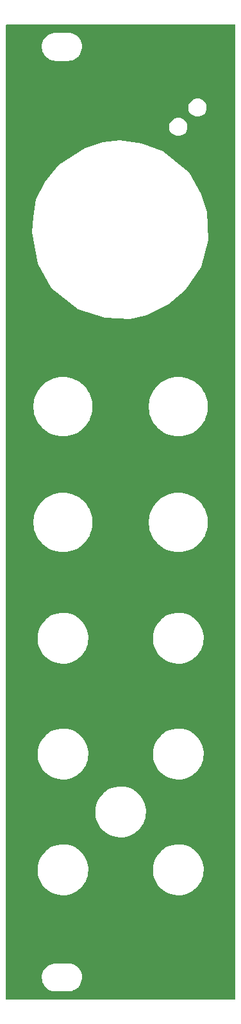
<source format=gtl>
%TF.GenerationSoftware,KiCad,Pcbnew,7.0.10-7.0.10~ubuntu22.04.1*%
%TF.CreationDate,2024-02-21T20:07:40+01:00*%
%TF.ProjectId,Jove,4a6f7665-2e6b-4696-9361-645f70636258,rev?*%
%TF.SameCoordinates,Original*%
%TF.FileFunction,Copper,L1,Top*%
%TF.FilePolarity,Positive*%
%FSLAX46Y46*%
G04 Gerber Fmt 4.6, Leading zero omitted, Abs format (unit mm)*
G04 Created by KiCad (PCBNEW 7.0.10-7.0.10~ubuntu22.04.1) date 2024-02-21 20:07:40*
%MOMM*%
%LPD*%
G01*
G04 APERTURE LIST*
G04 APERTURE END LIST*
%TA.AperFunction,NonConductor*%
G36*
X2416691Y4556593D02*
G01*
X2452655Y4507093D01*
X2457500Y4476500D01*
X2457500Y-123674500D01*
X2438593Y-123732691D01*
X2389093Y-123768655D01*
X2358500Y-123773500D01*
X-27772500Y-123773500D01*
X-27830691Y-123754593D01*
X-27866655Y-123705093D01*
X-27871500Y-123674500D01*
X-27871500Y-120916765D01*
X-23101212Y-120916765D01*
X-23071586Y-121186018D01*
X-23003072Y-121448088D01*
X-22897130Y-121697390D01*
X-22756018Y-121928610D01*
X-22582745Y-122136820D01*
X-22381002Y-122317582D01*
X-22155090Y-122467044D01*
X-21909824Y-122582020D01*
X-21650431Y-122660060D01*
X-21483160Y-122684677D01*
X-21382440Y-122699500D01*
X-21382439Y-122699500D01*
X-19579369Y-122699500D01*
X-19376844Y-122684677D01*
X-19112447Y-122625780D01*
X-18859442Y-122529014D01*
X-18623223Y-122396441D01*
X-18521096Y-122317582D01*
X-18408826Y-122230891D01*
X-18318129Y-122136818D01*
X-18220814Y-122035881D01*
X-18133029Y-121913181D01*
X-18063199Y-121815577D01*
X-17939342Y-121574671D01*
X-17851884Y-121318312D01*
X-17851881Y-121318301D01*
X-17802680Y-121051930D01*
X-17792788Y-120781232D01*
X-17822414Y-120511979D01*
X-17890927Y-120249914D01*
X-17996867Y-120000616D01*
X-17996870Y-120000610D01*
X-18137983Y-119769387D01*
X-18311253Y-119561181D01*
X-18512992Y-119380422D01*
X-18738913Y-119230953D01*
X-18984177Y-119115979D01*
X-19243555Y-119037943D01*
X-19243571Y-119037939D01*
X-19511560Y-118998500D01*
X-19511561Y-118998500D01*
X-21314631Y-118998500D01*
X-21517151Y-119013322D01*
X-21517155Y-119013322D01*
X-21517156Y-119013323D01*
X-21781553Y-119072220D01*
X-22034558Y-119168986D01*
X-22270777Y-119301559D01*
X-22270778Y-119301560D01*
X-22270780Y-119301561D01*
X-22485173Y-119467108D01*
X-22485176Y-119467111D01*
X-22485177Y-119467112D01*
X-22673186Y-119662119D01*
X-22830799Y-119882421D01*
X-22954656Y-120123325D01*
X-23042118Y-120379695D01*
X-23091319Y-120646067D01*
X-23101212Y-120916765D01*
X-27871500Y-120916765D01*
X-27871500Y-106587539D01*
X-23674321Y-106587539D01*
X-23664134Y-106957103D01*
X-23613354Y-107323303D01*
X-23522597Y-107681695D01*
X-23392964Y-108027927D01*
X-23226031Y-108357797D01*
X-23023821Y-108667302D01*
X-22788791Y-108952683D01*
X-22523794Y-109210476D01*
X-22232045Y-109437554D01*
X-21917087Y-109631158D01*
X-21582742Y-109788939D01*
X-21233069Y-109908982D01*
X-20872313Y-109989829D01*
X-20504852Y-110030500D01*
X-20504851Y-110030500D01*
X-20227662Y-110030500D01*
X-20227651Y-110030500D01*
X-19950857Y-110015229D01*
X-19586195Y-109954377D01*
X-19230440Y-109853780D01*
X-18887911Y-109714656D01*
X-18562766Y-109538697D01*
X-18258951Y-109328036D01*
X-18258948Y-109328034D01*
X-18123964Y-109210476D01*
X-17980154Y-109085232D01*
X-17729760Y-108813231D01*
X-17510808Y-108515337D01*
X-17325956Y-108195163D01*
X-17177448Y-107856598D01*
X-17067085Y-107503750D01*
X-16996209Y-107140903D01*
X-16996208Y-107140898D01*
X-16965678Y-106772452D01*
X-16965678Y-106772450D01*
X-16970775Y-106587539D01*
X-8434321Y-106587539D01*
X-8424134Y-106957103D01*
X-8373354Y-107323303D01*
X-8282597Y-107681695D01*
X-8152964Y-108027927D01*
X-7986031Y-108357797D01*
X-7783821Y-108667302D01*
X-7548791Y-108952683D01*
X-7283794Y-109210476D01*
X-6992045Y-109437554D01*
X-6677087Y-109631158D01*
X-6342742Y-109788939D01*
X-5993069Y-109908982D01*
X-5632313Y-109989829D01*
X-5264852Y-110030500D01*
X-5264851Y-110030500D01*
X-4987662Y-110030500D01*
X-4987651Y-110030500D01*
X-4710857Y-110015229D01*
X-4346195Y-109954377D01*
X-3990440Y-109853780D01*
X-3647911Y-109714656D01*
X-3322766Y-109538697D01*
X-3018951Y-109328036D01*
X-3018948Y-109328034D01*
X-2883964Y-109210476D01*
X-2740154Y-109085232D01*
X-2489760Y-108813231D01*
X-2270808Y-108515337D01*
X-2085956Y-108195163D01*
X-1937448Y-107856598D01*
X-1827085Y-107503750D01*
X-1756209Y-107140903D01*
X-1756208Y-107140898D01*
X-1725678Y-106772452D01*
X-1725678Y-106772450D01*
X-1735865Y-106402900D01*
X-1735866Y-106402894D01*
X-1786646Y-106036693D01*
X-1877402Y-105678308D01*
X-2007035Y-105332074D01*
X-2173967Y-105002205D01*
X-2173969Y-105002201D01*
X-2376176Y-104692700D01*
X-2611210Y-104407316D01*
X-2611212Y-104407314D01*
X-2876212Y-104149518D01*
X-3167950Y-103922449D01*
X-3482919Y-103728838D01*
X-3482918Y-103728838D01*
X-3817249Y-103571064D01*
X-3817262Y-103571059D01*
X-4166927Y-103451019D01*
X-4527686Y-103370170D01*
X-4861849Y-103333185D01*
X-4895148Y-103329500D01*
X-5172349Y-103329500D01*
X-5172354Y-103329500D01*
X-5449147Y-103344771D01*
X-5813798Y-103405621D01*
X-5813805Y-103405623D01*
X-6169560Y-103506220D01*
X-6169562Y-103506221D01*
X-6512090Y-103645344D01*
X-6512093Y-103645346D01*
X-6837233Y-103821302D01*
X-7141051Y-104031965D01*
X-7269288Y-104143647D01*
X-7419846Y-104274768D01*
X-7670240Y-104546769D01*
X-7889192Y-104844663D01*
X-8074044Y-105164837D01*
X-8222552Y-105503402D01*
X-8332915Y-105856250D01*
X-8403791Y-106219097D01*
X-8434321Y-106587539D01*
X-16970775Y-106587539D01*
X-16975865Y-106402900D01*
X-16975866Y-106402894D01*
X-17026646Y-106036693D01*
X-17117402Y-105678308D01*
X-17247035Y-105332074D01*
X-17413967Y-105002205D01*
X-17413969Y-105002201D01*
X-17616176Y-104692700D01*
X-17851210Y-104407316D01*
X-17851212Y-104407314D01*
X-18116212Y-104149518D01*
X-18407950Y-103922449D01*
X-18722919Y-103728838D01*
X-18722918Y-103728838D01*
X-19057249Y-103571064D01*
X-19057262Y-103571059D01*
X-19406927Y-103451019D01*
X-19767686Y-103370170D01*
X-20101849Y-103333185D01*
X-20135148Y-103329500D01*
X-20412349Y-103329500D01*
X-20412354Y-103329500D01*
X-20689147Y-103344771D01*
X-21053798Y-103405621D01*
X-21053805Y-103405623D01*
X-21409560Y-103506220D01*
X-21409562Y-103506221D01*
X-21752090Y-103645344D01*
X-21752093Y-103645346D01*
X-22077233Y-103821302D01*
X-22381051Y-104031965D01*
X-22509288Y-104143647D01*
X-22659846Y-104274768D01*
X-22910240Y-104546769D01*
X-23129192Y-104844663D01*
X-23314044Y-105164837D01*
X-23462552Y-105503402D01*
X-23572915Y-105856250D01*
X-23643791Y-106219097D01*
X-23674321Y-106587539D01*
X-27871500Y-106587539D01*
X-27871500Y-98967539D01*
X-16054321Y-98967539D01*
X-16044134Y-99337103D01*
X-15993354Y-99703303D01*
X-15902597Y-100061695D01*
X-15772964Y-100407927D01*
X-15606031Y-100737797D01*
X-15403821Y-101047302D01*
X-15168791Y-101332683D01*
X-14903794Y-101590476D01*
X-14612045Y-101817554D01*
X-14297087Y-102011158D01*
X-13962742Y-102168939D01*
X-13613069Y-102288982D01*
X-13252313Y-102369829D01*
X-12884852Y-102410500D01*
X-12884851Y-102410500D01*
X-12607662Y-102410500D01*
X-12607651Y-102410500D01*
X-12330857Y-102395229D01*
X-11966195Y-102334377D01*
X-11610440Y-102233780D01*
X-11267911Y-102094656D01*
X-10942766Y-101918697D01*
X-10638951Y-101708036D01*
X-10638948Y-101708034D01*
X-10503964Y-101590476D01*
X-10360154Y-101465232D01*
X-10109760Y-101193231D01*
X-9890808Y-100895337D01*
X-9705956Y-100575163D01*
X-9557448Y-100236598D01*
X-9447085Y-99883750D01*
X-9376209Y-99520903D01*
X-9376208Y-99520898D01*
X-9345678Y-99152452D01*
X-9345678Y-99152450D01*
X-9355865Y-98782900D01*
X-9355866Y-98782894D01*
X-9406646Y-98416693D01*
X-9497402Y-98058308D01*
X-9627035Y-97712074D01*
X-9793967Y-97382205D01*
X-9793969Y-97382201D01*
X-9996176Y-97072700D01*
X-10231210Y-96787316D01*
X-10231212Y-96787314D01*
X-10496212Y-96529518D01*
X-10787950Y-96302449D01*
X-11102919Y-96108838D01*
X-11102918Y-96108838D01*
X-11437249Y-95951064D01*
X-11437262Y-95951059D01*
X-11786927Y-95831019D01*
X-12147686Y-95750170D01*
X-12481849Y-95713185D01*
X-12515148Y-95709500D01*
X-12792349Y-95709500D01*
X-12792354Y-95709500D01*
X-13069147Y-95724771D01*
X-13433798Y-95785621D01*
X-13433805Y-95785623D01*
X-13789560Y-95886220D01*
X-13789562Y-95886221D01*
X-14132090Y-96025344D01*
X-14132093Y-96025346D01*
X-14457233Y-96201302D01*
X-14761051Y-96411965D01*
X-14889288Y-96523647D01*
X-15039846Y-96654768D01*
X-15290240Y-96926769D01*
X-15509192Y-97224663D01*
X-15694044Y-97544837D01*
X-15842552Y-97883402D01*
X-15952915Y-98236250D01*
X-16023791Y-98599097D01*
X-16054321Y-98967539D01*
X-27871500Y-98967539D01*
X-27871500Y-91347539D01*
X-23674321Y-91347539D01*
X-23664134Y-91717103D01*
X-23613354Y-92083303D01*
X-23522597Y-92441695D01*
X-23392964Y-92787927D01*
X-23226031Y-93117797D01*
X-23023821Y-93427302D01*
X-22788791Y-93712683D01*
X-22523794Y-93970476D01*
X-22232045Y-94197554D01*
X-21917087Y-94391158D01*
X-21582742Y-94548939D01*
X-21233069Y-94668982D01*
X-20872313Y-94749829D01*
X-20504852Y-94790500D01*
X-20504851Y-94790500D01*
X-20227662Y-94790500D01*
X-20227651Y-94790500D01*
X-19950857Y-94775229D01*
X-19586195Y-94714377D01*
X-19230440Y-94613780D01*
X-18887911Y-94474656D01*
X-18562766Y-94298697D01*
X-18258951Y-94088036D01*
X-18258948Y-94088034D01*
X-18123964Y-93970476D01*
X-17980154Y-93845232D01*
X-17729760Y-93573231D01*
X-17510808Y-93275337D01*
X-17325956Y-92955163D01*
X-17177448Y-92616598D01*
X-17067085Y-92263750D01*
X-16996209Y-91900903D01*
X-16996208Y-91900898D01*
X-16965678Y-91532452D01*
X-16965678Y-91532450D01*
X-16970775Y-91347539D01*
X-8434321Y-91347539D01*
X-8424134Y-91717103D01*
X-8373354Y-92083303D01*
X-8282597Y-92441695D01*
X-8152964Y-92787927D01*
X-7986031Y-93117797D01*
X-7783821Y-93427302D01*
X-7548791Y-93712683D01*
X-7283794Y-93970476D01*
X-6992045Y-94197554D01*
X-6677087Y-94391158D01*
X-6342742Y-94548939D01*
X-5993069Y-94668982D01*
X-5632313Y-94749829D01*
X-5264852Y-94790500D01*
X-5264851Y-94790500D01*
X-4987662Y-94790500D01*
X-4987651Y-94790500D01*
X-4710857Y-94775229D01*
X-4346195Y-94714377D01*
X-3990440Y-94613780D01*
X-3647911Y-94474656D01*
X-3322766Y-94298697D01*
X-3018951Y-94088036D01*
X-3018948Y-94088034D01*
X-2883964Y-93970476D01*
X-2740154Y-93845232D01*
X-2489760Y-93573231D01*
X-2270808Y-93275337D01*
X-2085956Y-92955163D01*
X-1937448Y-92616598D01*
X-1827085Y-92263750D01*
X-1756209Y-91900903D01*
X-1756208Y-91900898D01*
X-1725678Y-91532452D01*
X-1725678Y-91532450D01*
X-1735865Y-91162900D01*
X-1735866Y-91162894D01*
X-1786646Y-90796693D01*
X-1877402Y-90438308D01*
X-2007035Y-90092074D01*
X-2173967Y-89762205D01*
X-2173969Y-89762201D01*
X-2376176Y-89452700D01*
X-2611210Y-89167316D01*
X-2611212Y-89167314D01*
X-2876212Y-88909518D01*
X-3167950Y-88682449D01*
X-3482919Y-88488838D01*
X-3482918Y-88488838D01*
X-3817249Y-88331064D01*
X-3817262Y-88331059D01*
X-4166927Y-88211019D01*
X-4527686Y-88130170D01*
X-4861849Y-88093185D01*
X-4895148Y-88089500D01*
X-5172349Y-88089500D01*
X-5172354Y-88089500D01*
X-5449147Y-88104771D01*
X-5813798Y-88165621D01*
X-5813805Y-88165623D01*
X-6169560Y-88266220D01*
X-6169562Y-88266221D01*
X-6512090Y-88405344D01*
X-6512093Y-88405346D01*
X-6837233Y-88581302D01*
X-7141051Y-88791965D01*
X-7269288Y-88903647D01*
X-7419846Y-89034768D01*
X-7670240Y-89306769D01*
X-7889192Y-89604663D01*
X-8074044Y-89924837D01*
X-8222552Y-90263402D01*
X-8332915Y-90616250D01*
X-8403791Y-90979097D01*
X-8434321Y-91347539D01*
X-16970775Y-91347539D01*
X-16975865Y-91162900D01*
X-16975866Y-91162894D01*
X-17026646Y-90796693D01*
X-17117402Y-90438308D01*
X-17247035Y-90092074D01*
X-17413967Y-89762205D01*
X-17413969Y-89762201D01*
X-17616176Y-89452700D01*
X-17851210Y-89167316D01*
X-17851212Y-89167314D01*
X-18116212Y-88909518D01*
X-18407950Y-88682449D01*
X-18722919Y-88488838D01*
X-18722918Y-88488838D01*
X-19057249Y-88331064D01*
X-19057262Y-88331059D01*
X-19406927Y-88211019D01*
X-19767686Y-88130170D01*
X-20101849Y-88093185D01*
X-20135148Y-88089500D01*
X-20412349Y-88089500D01*
X-20412354Y-88089500D01*
X-20689147Y-88104771D01*
X-21053798Y-88165621D01*
X-21053805Y-88165623D01*
X-21409560Y-88266220D01*
X-21409562Y-88266221D01*
X-21752090Y-88405344D01*
X-21752093Y-88405346D01*
X-22077233Y-88581302D01*
X-22381051Y-88791965D01*
X-22509288Y-88903647D01*
X-22659846Y-89034768D01*
X-22910240Y-89306769D01*
X-23129192Y-89604663D01*
X-23314044Y-89924837D01*
X-23462552Y-90263402D01*
X-23572915Y-90616250D01*
X-23643791Y-90979097D01*
X-23674321Y-91347539D01*
X-27871500Y-91347539D01*
X-27871500Y-76107539D01*
X-23674321Y-76107539D01*
X-23664134Y-76477103D01*
X-23613354Y-76843303D01*
X-23522597Y-77201695D01*
X-23392964Y-77547927D01*
X-23226031Y-77877797D01*
X-23023821Y-78187302D01*
X-22788791Y-78472683D01*
X-22523794Y-78730476D01*
X-22232045Y-78957554D01*
X-21917087Y-79151158D01*
X-21582742Y-79308939D01*
X-21233069Y-79428982D01*
X-20872313Y-79509829D01*
X-20504852Y-79550500D01*
X-20504851Y-79550500D01*
X-20227662Y-79550500D01*
X-20227651Y-79550500D01*
X-19950857Y-79535229D01*
X-19586195Y-79474377D01*
X-19230440Y-79373780D01*
X-18887911Y-79234656D01*
X-18562766Y-79058697D01*
X-18258951Y-78848036D01*
X-18258948Y-78848034D01*
X-18123964Y-78730476D01*
X-17980154Y-78605232D01*
X-17729760Y-78333231D01*
X-17510808Y-78035337D01*
X-17325956Y-77715163D01*
X-17177448Y-77376598D01*
X-17067085Y-77023750D01*
X-16996209Y-76660903D01*
X-16996208Y-76660898D01*
X-16965678Y-76292452D01*
X-16965678Y-76292450D01*
X-16970775Y-76107539D01*
X-8434321Y-76107539D01*
X-8424134Y-76477103D01*
X-8373354Y-76843303D01*
X-8282597Y-77201695D01*
X-8152964Y-77547927D01*
X-7986031Y-77877797D01*
X-7783821Y-78187302D01*
X-7548791Y-78472683D01*
X-7283794Y-78730476D01*
X-6992045Y-78957554D01*
X-6677087Y-79151158D01*
X-6342742Y-79308939D01*
X-5993069Y-79428982D01*
X-5632313Y-79509829D01*
X-5264852Y-79550500D01*
X-5264851Y-79550500D01*
X-4987662Y-79550500D01*
X-4987651Y-79550500D01*
X-4710857Y-79535229D01*
X-4346195Y-79474377D01*
X-3990440Y-79373780D01*
X-3647911Y-79234656D01*
X-3322766Y-79058697D01*
X-3018951Y-78848036D01*
X-3018948Y-78848034D01*
X-2883964Y-78730476D01*
X-2740154Y-78605232D01*
X-2489760Y-78333231D01*
X-2270808Y-78035337D01*
X-2085956Y-77715163D01*
X-1937448Y-77376598D01*
X-1827085Y-77023750D01*
X-1756209Y-76660903D01*
X-1756208Y-76660898D01*
X-1725678Y-76292452D01*
X-1725678Y-76292450D01*
X-1735865Y-75922900D01*
X-1735866Y-75922894D01*
X-1786646Y-75556693D01*
X-1877402Y-75198308D01*
X-2007035Y-74852074D01*
X-2173967Y-74522205D01*
X-2173969Y-74522201D01*
X-2376176Y-74212700D01*
X-2611210Y-73927316D01*
X-2611212Y-73927314D01*
X-2876212Y-73669518D01*
X-3167950Y-73442449D01*
X-3482919Y-73248838D01*
X-3482918Y-73248838D01*
X-3817249Y-73091064D01*
X-3817262Y-73091059D01*
X-4166927Y-72971019D01*
X-4527686Y-72890170D01*
X-4861849Y-72853185D01*
X-4895148Y-72849500D01*
X-5172349Y-72849500D01*
X-5172354Y-72849500D01*
X-5449147Y-72864771D01*
X-5813798Y-72925621D01*
X-5813805Y-72925623D01*
X-6169560Y-73026220D01*
X-6169562Y-73026221D01*
X-6512090Y-73165344D01*
X-6512093Y-73165346D01*
X-6837233Y-73341302D01*
X-7141051Y-73551965D01*
X-7269288Y-73663647D01*
X-7419846Y-73794768D01*
X-7670240Y-74066769D01*
X-7889192Y-74364663D01*
X-8074044Y-74684837D01*
X-8222552Y-75023402D01*
X-8332915Y-75376250D01*
X-8403791Y-75739097D01*
X-8434321Y-76107539D01*
X-16970775Y-76107539D01*
X-16975865Y-75922900D01*
X-16975866Y-75922894D01*
X-17026646Y-75556693D01*
X-17117402Y-75198308D01*
X-17247035Y-74852074D01*
X-17413967Y-74522205D01*
X-17413969Y-74522201D01*
X-17616176Y-74212700D01*
X-17851210Y-73927316D01*
X-17851212Y-73927314D01*
X-18116212Y-73669518D01*
X-18407950Y-73442449D01*
X-18722919Y-73248838D01*
X-18722918Y-73248838D01*
X-19057249Y-73091064D01*
X-19057262Y-73091059D01*
X-19406927Y-72971019D01*
X-19767686Y-72890170D01*
X-20101849Y-72853185D01*
X-20135148Y-72849500D01*
X-20412349Y-72849500D01*
X-20412354Y-72849500D01*
X-20689147Y-72864771D01*
X-21053798Y-72925621D01*
X-21053805Y-72925623D01*
X-21409560Y-73026220D01*
X-21409562Y-73026221D01*
X-21752090Y-73165344D01*
X-21752093Y-73165346D01*
X-22077233Y-73341302D01*
X-22381051Y-73551965D01*
X-22509288Y-73663647D01*
X-22659846Y-73794768D01*
X-22910240Y-74066769D01*
X-23129192Y-74364663D01*
X-23314044Y-74684837D01*
X-23462552Y-75023402D01*
X-23572915Y-75376250D01*
X-23643791Y-75739097D01*
X-23674321Y-76107539D01*
X-27871500Y-76107539D01*
X-27871500Y-61157811D01*
X-24220500Y-61157811D01*
X-24180476Y-61551403D01*
X-24100838Y-61938927D01*
X-23982403Y-62316405D01*
X-23826387Y-62679965D01*
X-23634391Y-63025876D01*
X-23408385Y-63350588D01*
X-23150688Y-63650769D01*
X-22863944Y-63923340D01*
X-22551095Y-64165502D01*
X-22215353Y-64374772D01*
X-21860162Y-64549002D01*
X-21489167Y-64686403D01*
X-21106174Y-64785567D01*
X-20775533Y-64836219D01*
X-20715115Y-64845475D01*
X-20702623Y-64846108D01*
X-20418848Y-64860500D01*
X-20418831Y-64860500D01*
X-20221169Y-64860500D01*
X-20221152Y-64860500D01*
X-19949866Y-64846741D01*
X-19924884Y-64845475D01*
X-19804047Y-64826963D01*
X-19533826Y-64785567D01*
X-19150833Y-64686403D01*
X-19150824Y-64686400D01*
X-19150821Y-64686399D01*
X-18779853Y-64549008D01*
X-18779841Y-64549003D01*
X-18779838Y-64549002D01*
X-18424647Y-64374772D01*
X-18088905Y-64165502D01*
X-17776056Y-63923340D01*
X-17489312Y-63650769D01*
X-17231615Y-63350588D01*
X-17005609Y-63025876D01*
X-17005606Y-63025871D01*
X-17005604Y-63025868D01*
X-16813615Y-62679970D01*
X-16657598Y-62316407D01*
X-16657594Y-62316397D01*
X-16539161Y-61938924D01*
X-16459526Y-61551413D01*
X-16459523Y-61551399D01*
X-16419500Y-61157812D01*
X-16419500Y-61157811D01*
X-8980500Y-61157811D01*
X-8940476Y-61551403D01*
X-8860838Y-61938927D01*
X-8742403Y-62316405D01*
X-8586387Y-62679965D01*
X-8394391Y-63025876D01*
X-8168385Y-63350588D01*
X-7910688Y-63650769D01*
X-7623944Y-63923340D01*
X-7311095Y-64165502D01*
X-6975353Y-64374772D01*
X-6620162Y-64549002D01*
X-6249167Y-64686403D01*
X-5866174Y-64785567D01*
X-5535533Y-64836219D01*
X-5475115Y-64845475D01*
X-5462623Y-64846108D01*
X-5178848Y-64860500D01*
X-5178831Y-64860500D01*
X-4981169Y-64860500D01*
X-4981152Y-64860500D01*
X-4709866Y-64846741D01*
X-4684884Y-64845475D01*
X-4564047Y-64826963D01*
X-4293826Y-64785567D01*
X-3910833Y-64686403D01*
X-3910824Y-64686400D01*
X-3910821Y-64686399D01*
X-3539853Y-64549008D01*
X-3539841Y-64549003D01*
X-3539838Y-64549002D01*
X-3184647Y-64374772D01*
X-2848905Y-64165502D01*
X-2536056Y-63923340D01*
X-2249312Y-63650769D01*
X-1991615Y-63350588D01*
X-1765609Y-63025876D01*
X-1765606Y-63025871D01*
X-1765604Y-63025868D01*
X-1573615Y-62679970D01*
X-1417598Y-62316407D01*
X-1417594Y-62316397D01*
X-1299161Y-61938924D01*
X-1219526Y-61551413D01*
X-1219523Y-61551399D01*
X-1179500Y-61157812D01*
X-1179500Y-60762187D01*
X-1219523Y-60368600D01*
X-1219526Y-60368586D01*
X-1299161Y-59981075D01*
X-1417594Y-59603602D01*
X-1417598Y-59603592D01*
X-1573615Y-59240029D01*
X-1765604Y-58894131D01*
X-1991617Y-58569409D01*
X-2249314Y-58269228D01*
X-2536049Y-57996666D01*
X-2536052Y-57996664D01*
X-2536050Y-57996664D01*
X-2536056Y-57996660D01*
X-2718691Y-57855290D01*
X-2848899Y-57754502D01*
X-3184649Y-57545227D01*
X-3539841Y-57370996D01*
X-3539853Y-57370991D01*
X-3910821Y-57233600D01*
X-4293830Y-57134432D01*
X-4293837Y-57134431D01*
X-4684884Y-57074524D01*
X-4956171Y-57060766D01*
X-4981152Y-57059500D01*
X-5178848Y-57059500D01*
X-5216318Y-57061400D01*
X-5475115Y-57074524D01*
X-5866162Y-57134431D01*
X-5866169Y-57134432D01*
X-5866171Y-57134432D01*
X-5866174Y-57134433D01*
X-6249167Y-57233597D01*
X-6249168Y-57233597D01*
X-6249178Y-57233600D01*
X-6620146Y-57370991D01*
X-6620158Y-57370996D01*
X-6620162Y-57370998D01*
X-6975353Y-57545228D01*
X-7311095Y-57754498D01*
X-7623944Y-57996660D01*
X-7910688Y-58269231D01*
X-8168385Y-58569412D01*
X-8394391Y-58894124D01*
X-8586387Y-59240035D01*
X-8742403Y-59603595D01*
X-8860838Y-59981073D01*
X-8940476Y-60368597D01*
X-8980500Y-60762189D01*
X-8980500Y-61157811D01*
X-16419500Y-61157811D01*
X-16419500Y-60762187D01*
X-16459523Y-60368600D01*
X-16459526Y-60368586D01*
X-16539161Y-59981075D01*
X-16657594Y-59603602D01*
X-16657598Y-59603592D01*
X-16813615Y-59240029D01*
X-17005604Y-58894131D01*
X-17231617Y-58569409D01*
X-17489314Y-58269228D01*
X-17776049Y-57996666D01*
X-17776052Y-57996664D01*
X-17776050Y-57996664D01*
X-17776056Y-57996660D01*
X-17958691Y-57855290D01*
X-18088899Y-57754502D01*
X-18424649Y-57545227D01*
X-18779841Y-57370996D01*
X-18779853Y-57370991D01*
X-19150821Y-57233600D01*
X-19533830Y-57134432D01*
X-19533837Y-57134431D01*
X-19924884Y-57074524D01*
X-20196171Y-57060766D01*
X-20221152Y-57059500D01*
X-20418848Y-57059500D01*
X-20456318Y-57061400D01*
X-20715115Y-57074524D01*
X-21106162Y-57134431D01*
X-21106169Y-57134432D01*
X-21106171Y-57134432D01*
X-21106174Y-57134433D01*
X-21489167Y-57233597D01*
X-21489168Y-57233597D01*
X-21489178Y-57233600D01*
X-21860146Y-57370991D01*
X-21860158Y-57370996D01*
X-21860162Y-57370998D01*
X-22215353Y-57545228D01*
X-22551095Y-57754498D01*
X-22863944Y-57996660D01*
X-23150688Y-58269231D01*
X-23408385Y-58569412D01*
X-23634391Y-58894124D01*
X-23826387Y-59240035D01*
X-23982403Y-59603595D01*
X-24100838Y-59981073D01*
X-24180476Y-60368597D01*
X-24220500Y-60762189D01*
X-24220500Y-61157811D01*
X-27871500Y-61157811D01*
X-27871500Y-45917811D01*
X-24220500Y-45917811D01*
X-24180476Y-46311403D01*
X-24100838Y-46698927D01*
X-23982403Y-47076405D01*
X-23826387Y-47439965D01*
X-23634391Y-47785876D01*
X-23408385Y-48110588D01*
X-23150688Y-48410769D01*
X-22863944Y-48683340D01*
X-22551095Y-48925502D01*
X-22215353Y-49134772D01*
X-21860162Y-49309002D01*
X-21489167Y-49446403D01*
X-21106174Y-49545567D01*
X-20775533Y-49596219D01*
X-20715115Y-49605475D01*
X-20702623Y-49606108D01*
X-20418848Y-49620500D01*
X-20418831Y-49620500D01*
X-20221169Y-49620500D01*
X-20221152Y-49620500D01*
X-19949866Y-49606741D01*
X-19924884Y-49605475D01*
X-19804047Y-49586963D01*
X-19533826Y-49545567D01*
X-19150833Y-49446403D01*
X-19150824Y-49446400D01*
X-19150821Y-49446399D01*
X-18779853Y-49309008D01*
X-18779841Y-49309003D01*
X-18779838Y-49309002D01*
X-18424647Y-49134772D01*
X-18088905Y-48925502D01*
X-17776056Y-48683340D01*
X-17489312Y-48410769D01*
X-17231615Y-48110588D01*
X-17005609Y-47785876D01*
X-17005606Y-47785871D01*
X-17005604Y-47785868D01*
X-16813615Y-47439970D01*
X-16657598Y-47076407D01*
X-16657594Y-47076397D01*
X-16539161Y-46698924D01*
X-16459526Y-46311413D01*
X-16459523Y-46311399D01*
X-16419500Y-45917812D01*
X-16419500Y-45917811D01*
X-8980500Y-45917811D01*
X-8940476Y-46311403D01*
X-8860838Y-46698927D01*
X-8742403Y-47076405D01*
X-8586387Y-47439965D01*
X-8394391Y-47785876D01*
X-8168385Y-48110588D01*
X-7910688Y-48410769D01*
X-7623944Y-48683340D01*
X-7311095Y-48925502D01*
X-6975353Y-49134772D01*
X-6620162Y-49309002D01*
X-6249167Y-49446403D01*
X-5866174Y-49545567D01*
X-5535533Y-49596219D01*
X-5475115Y-49605475D01*
X-5462623Y-49606108D01*
X-5178848Y-49620500D01*
X-5178831Y-49620500D01*
X-4981169Y-49620500D01*
X-4981152Y-49620500D01*
X-4709866Y-49606741D01*
X-4684884Y-49605475D01*
X-4564047Y-49586963D01*
X-4293826Y-49545567D01*
X-3910833Y-49446403D01*
X-3910824Y-49446400D01*
X-3910821Y-49446399D01*
X-3539853Y-49309008D01*
X-3539841Y-49309003D01*
X-3539838Y-49309002D01*
X-3184647Y-49134772D01*
X-2848905Y-48925502D01*
X-2536056Y-48683340D01*
X-2249312Y-48410769D01*
X-1991615Y-48110588D01*
X-1765609Y-47785876D01*
X-1765606Y-47785871D01*
X-1765604Y-47785868D01*
X-1573615Y-47439970D01*
X-1417598Y-47076407D01*
X-1417594Y-47076397D01*
X-1299161Y-46698924D01*
X-1219526Y-46311413D01*
X-1219523Y-46311399D01*
X-1179500Y-45917812D01*
X-1179500Y-45522187D01*
X-1219523Y-45128600D01*
X-1219526Y-45128586D01*
X-1299161Y-44741075D01*
X-1417594Y-44363602D01*
X-1417598Y-44363592D01*
X-1573615Y-44000029D01*
X-1765604Y-43654131D01*
X-1991617Y-43329409D01*
X-2249314Y-43029228D01*
X-2536049Y-42756666D01*
X-2536052Y-42756664D01*
X-2536050Y-42756664D01*
X-2536056Y-42756660D01*
X-2718691Y-42615290D01*
X-2848899Y-42514502D01*
X-3184649Y-42305227D01*
X-3539841Y-42130996D01*
X-3539853Y-42130991D01*
X-3910821Y-41993600D01*
X-4293830Y-41894432D01*
X-4293837Y-41894431D01*
X-4684884Y-41834524D01*
X-4956171Y-41820766D01*
X-4981152Y-41819500D01*
X-5178848Y-41819500D01*
X-5216318Y-41821400D01*
X-5475115Y-41834524D01*
X-5866162Y-41894431D01*
X-5866169Y-41894432D01*
X-5866171Y-41894432D01*
X-5866174Y-41894433D01*
X-6249167Y-41993597D01*
X-6249168Y-41993597D01*
X-6249178Y-41993600D01*
X-6620146Y-42130991D01*
X-6620158Y-42130996D01*
X-6620162Y-42130998D01*
X-6975353Y-42305228D01*
X-7311095Y-42514498D01*
X-7623944Y-42756660D01*
X-7910688Y-43029231D01*
X-8168385Y-43329412D01*
X-8394391Y-43654124D01*
X-8586387Y-44000035D01*
X-8742403Y-44363595D01*
X-8860838Y-44741073D01*
X-8940476Y-45128597D01*
X-8980500Y-45522189D01*
X-8980500Y-45917811D01*
X-16419500Y-45917811D01*
X-16419500Y-45522187D01*
X-16459523Y-45128600D01*
X-16459526Y-45128586D01*
X-16539161Y-44741075D01*
X-16657594Y-44363602D01*
X-16657598Y-44363592D01*
X-16813615Y-44000029D01*
X-17005604Y-43654131D01*
X-17231617Y-43329409D01*
X-17489314Y-43029228D01*
X-17776049Y-42756666D01*
X-17776052Y-42756664D01*
X-17776050Y-42756664D01*
X-17776056Y-42756660D01*
X-17958691Y-42615290D01*
X-18088899Y-42514502D01*
X-18424649Y-42305227D01*
X-18779841Y-42130996D01*
X-18779853Y-42130991D01*
X-19150821Y-41993600D01*
X-19533830Y-41894432D01*
X-19533837Y-41894431D01*
X-19924884Y-41834524D01*
X-20196171Y-41820766D01*
X-20221152Y-41819500D01*
X-20418848Y-41819500D01*
X-20456318Y-41821400D01*
X-20715115Y-41834524D01*
X-21106162Y-41894431D01*
X-21106169Y-41894432D01*
X-21106171Y-41894432D01*
X-21106174Y-41894433D01*
X-21489167Y-41993597D01*
X-21489168Y-41993597D01*
X-21489178Y-41993600D01*
X-21860146Y-42130991D01*
X-21860158Y-42130996D01*
X-21860162Y-42130998D01*
X-22215353Y-42305228D01*
X-22551095Y-42514498D01*
X-22863944Y-42756660D01*
X-23150688Y-43029231D01*
X-23408385Y-43329412D01*
X-23634391Y-43654124D01*
X-23826387Y-44000035D01*
X-23982403Y-44363595D01*
X-24100838Y-44741073D01*
X-24180476Y-45128597D01*
X-24220500Y-45522189D01*
X-24220500Y-45917811D01*
X-27871500Y-45917811D01*
X-27871500Y-22733000D01*
X-24384000Y-22733000D01*
X-23622000Y-26924000D01*
X-21844000Y-30099000D01*
X-18288000Y-32893000D01*
X-14732000Y-34036000D01*
X-11430000Y-34163000D01*
X-9271000Y-33655000D01*
X-9270999Y-33654999D01*
X-9270996Y-33654999D01*
X-6350002Y-32258001D01*
X-6350001Y-32258000D01*
X-6350000Y-32258000D01*
X-4191000Y-30353000D01*
X-4190999Y-30352999D01*
X-4190998Y-30352998D01*
X-2032000Y-27305001D01*
X-2031999Y-27304999D01*
X-1143000Y-23749000D01*
X-1142999Y-23748996D01*
X-1269999Y-20066004D01*
X-1269999Y-20066001D01*
X-2032000Y-17780001D01*
X-2032000Y-17780000D01*
X-3683000Y-14859000D01*
X-3682999Y-14859000D01*
X-3683001Y-14858998D01*
X-7111998Y-12065001D01*
X-7111999Y-12065000D01*
X-7112000Y-12065000D01*
X-9906000Y-11049000D01*
X-9906000Y-11048999D01*
X-9906003Y-11048999D01*
X-12826997Y-10667999D01*
X-14985997Y-10921999D01*
X-14985998Y-10921999D01*
X-17399000Y-11684000D01*
X-20828000Y-13843000D01*
X-21674665Y-14858998D01*
X-22732999Y-16128998D01*
X-22733002Y-16129002D01*
X-23875999Y-18414998D01*
X-23876000Y-18415000D01*
X-24257000Y-20701000D01*
X-24384000Y-22733000D01*
X-27871500Y-22733000D01*
X-27871500Y-9001243D01*
X-6280500Y-9001243D01*
X-6239618Y-9219940D01*
X-6159247Y-9427401D01*
X-6042124Y-9616562D01*
X-5892236Y-9780981D01*
X-5714689Y-9915058D01*
X-5515528Y-10014229D01*
X-5301536Y-10075115D01*
X-5135503Y-10090500D01*
X-5135498Y-10090500D01*
X-5024502Y-10090500D01*
X-5024497Y-10090500D01*
X-4858464Y-10075115D01*
X-4644472Y-10014229D01*
X-4445311Y-9915058D01*
X-4267764Y-9780981D01*
X-4117876Y-9616562D01*
X-4000753Y-9427401D01*
X-3920382Y-9219940D01*
X-3879500Y-9001243D01*
X-3879500Y-8778757D01*
X-3920381Y-8560062D01*
X-4000753Y-8352600D01*
X-4000753Y-8352599D01*
X-4117876Y-8163438D01*
X-4267764Y-7999019D01*
X-4325326Y-7955550D01*
X-4445309Y-7864943D01*
X-4445318Y-7864938D01*
X-4644469Y-7765772D01*
X-4644471Y-7765771D01*
X-4644472Y-7765771D01*
X-4858464Y-7704885D01*
X-5024494Y-7689500D01*
X-5024497Y-7689500D01*
X-5135503Y-7689500D01*
X-5135505Y-7689500D01*
X-5246191Y-7699756D01*
X-5301536Y-7704885D01*
X-5515528Y-7765771D01*
X-5714689Y-7864942D01*
X-5892236Y-7999019D01*
X-6042124Y-8163438D01*
X-6159247Y-8352599D01*
X-6239618Y-8560060D01*
X-6280500Y-8778757D01*
X-6280500Y-9001243D01*
X-27871500Y-9001243D01*
X-27871500Y-6461243D01*
X-3740500Y-6461243D01*
X-3699618Y-6679940D01*
X-3619247Y-6887401D01*
X-3502124Y-7076562D01*
X-3352236Y-7240981D01*
X-3174689Y-7375058D01*
X-2975528Y-7474229D01*
X-2761536Y-7535115D01*
X-2595503Y-7550500D01*
X-2595498Y-7550500D01*
X-2484502Y-7550500D01*
X-2484497Y-7550500D01*
X-2318464Y-7535115D01*
X-2104472Y-7474229D01*
X-1905311Y-7375058D01*
X-1727764Y-7240981D01*
X-1577876Y-7076562D01*
X-1460753Y-6887401D01*
X-1380382Y-6679940D01*
X-1339500Y-6461243D01*
X-1339500Y-6238757D01*
X-1380381Y-6020062D01*
X-1460753Y-5812600D01*
X-1460753Y-5812599D01*
X-1577876Y-5623438D01*
X-1727764Y-5459019D01*
X-1785326Y-5415550D01*
X-1905309Y-5324943D01*
X-1905318Y-5324938D01*
X-2104469Y-5225772D01*
X-2104471Y-5225771D01*
X-2104472Y-5225771D01*
X-2318464Y-5164885D01*
X-2484494Y-5149500D01*
X-2484497Y-5149500D01*
X-2595503Y-5149500D01*
X-2595505Y-5149500D01*
X-2706191Y-5159756D01*
X-2761536Y-5164885D01*
X-2975528Y-5225771D01*
X-3174689Y-5324942D01*
X-3352236Y-5459019D01*
X-3502124Y-5623438D01*
X-3619247Y-5812599D01*
X-3699618Y-6020060D01*
X-3740500Y-6238757D01*
X-3740500Y-6461243D01*
X-27871500Y-6461243D01*
X-27871500Y1583235D01*
X-23101212Y1583235D01*
X-23071586Y1313982D01*
X-23003072Y1051912D01*
X-22897130Y802610D01*
X-22756018Y571390D01*
X-22756016Y571387D01*
X-22582746Y363181D01*
X-22381007Y182422D01*
X-22381004Y182420D01*
X-22381002Y182418D01*
X-22231489Y83501D01*
X-22155086Y32953D01*
X-22022900Y-29012D01*
X-21909824Y-82020D01*
X-21650431Y-160060D01*
X-21483160Y-184677D01*
X-21382440Y-199500D01*
X-21382439Y-199500D01*
X-19579369Y-199500D01*
X-19376844Y-184677D01*
X-19112447Y-125780D01*
X-18859442Y-29014D01*
X-18623223Y103559D01*
X-18623219Y103561D01*
X-18408826Y269108D01*
X-18220814Y464119D01*
X-18063199Y684422D01*
X-17939342Y925328D01*
X-17851884Y1181687D01*
X-17851881Y1181698D01*
X-17802680Y1448069D01*
X-17792788Y1718767D01*
X-17822414Y1988020D01*
X-17890927Y2250085D01*
X-17996867Y2499383D01*
X-17996870Y2499389D01*
X-17996870Y2499390D01*
X-18137982Y2730610D01*
X-18137983Y2730612D01*
X-18311253Y2938818D01*
X-18512992Y3119577D01*
X-18512993Y3119578D01*
X-18512998Y3119582D01*
X-18738910Y3269044D01*
X-18738913Y3269046D01*
X-18875958Y3333289D01*
X-18984176Y3384020D01*
X-19136339Y3429799D01*
X-19243555Y3462056D01*
X-19243559Y3462057D01*
X-19243569Y3462060D01*
X-19422230Y3488353D01*
X-19511560Y3501500D01*
X-19511561Y3501500D01*
X-21314631Y3501500D01*
X-21517156Y3486677D01*
X-21781553Y3427780D01*
X-22034558Y3331014D01*
X-22270777Y3198441D01*
X-22485177Y3032888D01*
X-22673186Y2837881D01*
X-22830799Y2617579D01*
X-22954656Y2376675D01*
X-23042118Y2120305D01*
X-23091319Y1853933D01*
X-23101212Y1583235D01*
X-27871500Y1583235D01*
X-27871500Y4476500D01*
X-27852593Y4534691D01*
X-27803093Y4570655D01*
X-27772500Y4575500D01*
X2358500Y4575500D01*
X2416691Y4556593D01*
G37*
%TD.AperFunction*%
M02*

</source>
